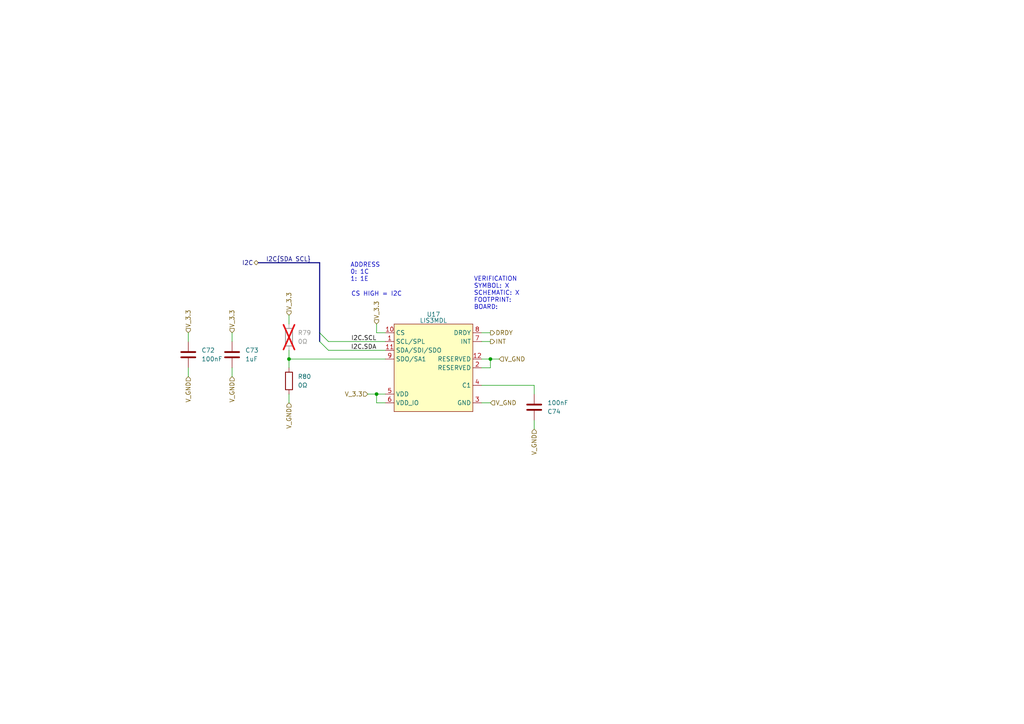
<source format=kicad_sch>
(kicad_sch (version 20231120) (generator "eeschema") (generator_version "8.0")
  (paper "A4")
  (lib_symbols
    (symbol "CUBESAT:LIS3DML"
      (property "Reference" "U" (at 0 15.494 0))
      (property "Value" "LIS3MDL" (at 0 13.716 0))
      (symbol "LIS3DML_0_0"
        (pin input line (at -13.97 7.62 0) (length 2.54) (name "SCL/SPL") (number "1"))
        (pin input line (at -13.97 10.16 0) (length 2.54) (name "CS") (number "10"))
        (pin input line (at -13.97 5.08 0) (length 2.54) (name "SDA/SDI/SDO") (number "11"))
        (pin power_in line (at 13.97 -10.16 180) (length 2.54) (name "GND") (number "3"))
        (pin power_out line (at 13.97 -5.08 180) (length 2.54) (name "C1") (number "4"))
        (pin power_in line (at -13.97 -7.62 0) (length 2.54) (name "VDD") (number "5"))
        (pin power_in line (at -13.97 -10.16 0) (length 2.54) (name "VDD_IO") (number "6"))
        (pin output line (at 13.97 7.62 180) (length 2.54) (name "INT") (number "7"))
        (pin output line (at 13.97 10.16 180) (length 2.54) (name "DRDY") (number "8"))
        (pin output line (at -13.97 2.54 0) (length 2.54) (name "SDO/SA1") (number "9"))
      )
      (symbol "LIS3DML_1_0"
        (pin power_in line (at 13.97 2.54 180) (length 2.54) (name "RESERVED") (number "12"))
        (pin power_in line (at 13.97 0 180) (length 2.54) (name "RESERVED") (number "2"))
      )
      (symbol "LIS3DML_1_1"
        (rectangle (start -11.43 12.7) (end 11.43 -12.7) (fill (type background)))
      )
    )
    (symbol "Device:C" (pin_numbers hide) (pin_names (offset 0.254))
      (property "Reference" "C" (at 0.635 2.54 0))
      (property "Value" "C" (at 0.635 -2.54 0))
      (symbol "C_0_1"
        (polyline (pts (xy -2.032 -0.762) (xy 2.032 -0.762)) (stroke (width 0.508)))
        (polyline (pts (xy -2.032 0.762) (xy 2.032 0.762)) (stroke (width 0.508)))
      )
      (symbol "C_1_1"
        (pin passive line (at 0 3.81 270) (length 2.794) (name "~") (number "1"))
        (pin passive line (at 0 -3.81 90) (length 2.794) (name "~") (number "2"))
      )
    )
    (symbol "Device:R" (pin_numbers hide) (pin_names (offset 0))
      (property "Reference" "R" (at 2.032 0 90))
      (property "Value" "R" (at 0 0 90))
      (symbol "R_0_1"
        (rectangle (start -1.016 -2.54) (end 1.016 2.54) (stroke (width 0.254)))
      )
      (symbol "R_1_1"
        (pin passive line (at 0 3.81 270) (length 1.27) (name "~") (number "1"))
        (pin passive line (at 0 -3.81 90) (length 1.27) (name "~") (number "2"))
      )
    )
  )
  (junction (at 142.24 104.14))
  (junction (at 109.22 114.3))
  (junction (at 83.82 104.14))
  (bus_entry (at 92.71 96.52) (size 2.54 2.54))
  (bus_entry (at 92.71 99.06) (size 2.54 2.54))
  (wire (pts (xy 142.24 96.52) (xy 139.7 96.52)))
  (wire (pts (xy 139.7 106.68) (xy 142.24 106.68)))
  (wire (pts (xy 142.24 99.06) (xy 139.7 99.06)))
  (wire (pts (xy 154.94 114.3) (xy 154.94 111.76)))
  (wire (pts (xy 106.68 114.3) (xy 109.22 114.3)))
  (wire (pts (xy 54.61 99.06) (xy 54.61 96.52)))
  (wire (pts (xy 142.24 104.14) (xy 139.7 104.14)))
  (bus (pts (xy 74.93 76.2) (xy 92.71 76.2)))
  (wire (pts (xy 83.82 106.68) (xy 83.82 104.14)))
  (wire (pts (xy 83.82 116.84) (xy 83.82 114.3)))
  (wire (pts (xy 109.22 116.84) (xy 111.76 116.84)))
  (wire (pts (xy 154.94 124.46) (xy 154.94 121.92)))
  (wire (pts (xy 95.25 99.06) (xy 111.76 99.06)))
  (bus (pts (xy 92.71 76.2) (xy 92.71 96.52)))
  (wire (pts (xy 142.24 106.68) (xy 142.24 104.14)))
  (wire (pts (xy 154.94 111.76) (xy 139.7 111.76)))
  (wire (pts (xy 144.78 104.14) (xy 142.24 104.14)))
  (wire (pts (xy 83.82 91.44) (xy 83.82 93.98)))
  (wire (pts (xy 83.82 104.14) (xy 111.76 104.14)))
  (wire (pts (xy 67.31 99.06) (xy 67.31 96.52)))
  (wire (pts (xy 109.22 114.3) (xy 109.22 116.84)))
  (wire (pts (xy 109.22 96.52) (xy 111.76 96.52)))
  (bus (pts (xy 92.71 96.52) (xy 92.71 99.06)))
  (wire (pts (xy 54.61 109.22) (xy 54.61 106.68)))
  (wire (pts (xy 109.22 93.98) (xy 109.22 96.52)))
  (wire (pts (xy 67.31 109.22) (xy 67.31 106.68)))
  (wire (pts (xy 83.82 104.14) (xy 83.82 101.6)))
  (wire (pts (xy 109.22 114.3) (xy 111.76 114.3)))
  (wire (pts (xy 95.25 101.6) (xy 111.76 101.6)))
  (wire (pts (xy 139.7 116.84) (xy 142.24 116.84)))
  (text "VERIFICATION\nSYMBOL: X\nSCHEMATIC: X\nFOOTPRINT:\nBOARD: " (at 137.414 80.264 0) (effects (font (size 1.27 1.27)) (justify left top)))
  (text "ADDRESS\n0: 1C\n1: 1E" (at 101.6 76.2 0) (effects (font (size 1.27 1.27)) (justify left top)))
  (text "CS HIGH = I2C" (at 109.22 85.344 0) (effects (font (size 1.27 1.27))))
  (label "I2C{SDA SCL}" (at 90.17 76.2 180))
  (label "I2C.SDA" (at 109.22 101.6 180))
  (label "I2C.SCL" (at 109.22 99.06 180))
  (hierarchical_label "V_3.3" (shape input) (at 83.82 91.44 90))
  (hierarchical_label "V_3.3" (shape input) (at 109.22 93.98 90))
  (hierarchical_label "DRDY" (shape output) (at 142.24 96.52 0))
  (hierarchical_label "V_3.3" (shape input) (at 67.31 96.52 90))
  (hierarchical_label "INT" (shape output) (at 142.24 99.06 0))
  (hierarchical_label "V_GND" (shape input) (at 154.94 124.46 270))
  (hierarchical_label "V_GND" (shape input) (at 83.82 116.84 270))
  (hierarchical_label "I2C" (shape bidirectional) (at 74.93 76.2 180))
  (hierarchical_label "V_GND" (shape input) (at 67.31 109.22 270))
  (hierarchical_label "V_GND" (shape input) (at 144.78 104.14 0))
  (hierarchical_label "V_3.3" (shape input) (at 106.68 114.3 180))
  (hierarchical_label "V_GND" (shape input) (at 54.61 109.22 270))
  (hierarchical_label "V_GND" (shape input) (at 142.24 116.84 0))
  (hierarchical_label "V_3.3" (shape input) (at 54.61 96.52 90))
  (symbol (lib_id "Device:C") (at 67.31 102.87 0) (unit 1)
    (property "Reference" "C36" (at 71.12 101.5999 0) (effects (justify left)))
    (property "Value" "1uF" (at 71.12 104.1399 0) (effects (justify left)))
    (property "Description" "Unpolarized capacitor" (effects (hide yes)))
    (instances (project "control" (path "" (reference "C73") (unit 1)) (path "" (reference "C36") (unit 1))))
  )
  (symbol (lib_id "Device:C") (at 154.94 118.11 0) (mirror y) (unit 1)
    (property "Reference" "C37" (at 158.75 119.3801 0) (effects (justify right)))
    (property "Value" "100nF" (at 158.75 116.8401 0) (effects (justify right)))
    (property "Description" "Unpolarized capacitor" (effects (hide yes)))
    (instances (project "control" (path "" (reference "C74") (unit 1)) (path "" (reference "C37") (unit 1))))
  )
  (symbol (lib_id "Device:C") (at 54.61 102.87 0) (unit 1)
    (property "Reference" "C35" (at 58.42 101.5999 0) (effects (justify left)))
    (property "Value" "100nF" (at 58.42 104.1399 0) (effects (justify left)))
    (property "Description" "Unpolarized capacitor" (effects (hide yes)))
    (instances (project "control" (path "" (reference "C72") (unit 1)) (path "" (reference "C35") (unit 1))))
  )
  (symbol (lib_id "Device:R") (at 83.82 97.79 0) (unit 1) (dnp yes)
    (property "Reference" "R24" (at 86.36 96.5199 0) (effects (justify left)))
    (property "Value" "0Ω" (at 86.36 99.0599 0) (effects (justify left)))
    (property "Description" "Resistor" (effects (hide yes)))
    (instances (project "control" (path "" (reference "R79") (unit 1)) (path "" (reference "R24") (unit 1))))
  )
  (symbol (lib_id "CUBESAT:LIS3DML") (at 125.73 106.68 0) (unit 1)
    (property "Reference" "U8" (at 125.73 91.186 0))
    (property "Value" "LIS3MDL" (at 125.73 92.964 0))
    (property "Footprint" "Package_LGA:LGA-12_2x2mm_P0.5mm" (effects (hide yes)))
    (property "Datasheet" "https://www.st.com/resource/en/datasheet/lis3mdl.pdf" (effects (hide yes)))
    (property "Description" "The LIS3MDL is an ultralow-power high-performance 3-axis magnetic sensor with user-selectable full scales of ±4/±8/±12/±16 gauss." (effects (hide yes)))
    (instances (project "control" (path "" (reference "U17") (unit 1)) (path "" (reference "U8") (unit 1))))
  )
  (symbol (lib_id "Device:R") (at 83.82 110.49 0) (unit 1)
    (property "Reference" "R25" (at 86.36 109.2199 0) (effects (justify left)))
    (property "Value" "0Ω" (at 86.36 111.7599 0) (effects (justify left)))
    (property "Description" "Resistor" (effects (hide yes)))
    (instances (project "control" (path "" (reference "R80") (unit 1)) (path "" (reference "R25") (unit 1))))
  )
)
</source>
